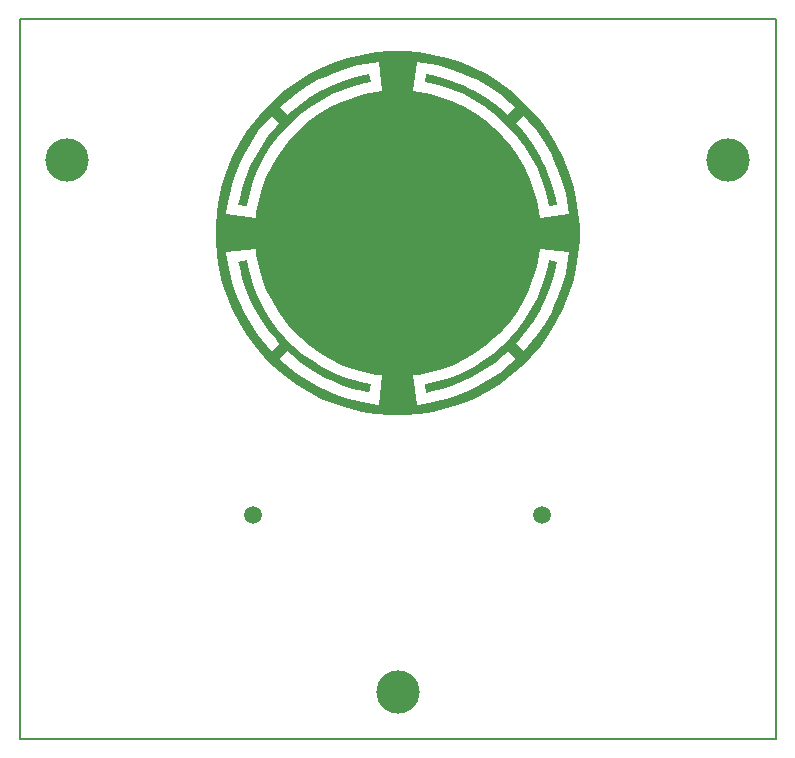
<source format=gtl>
G04*
G04 #@! TF.GenerationSoftware,Altium Limited,Altium Designer,20.0.11 (256)*
G04*
G04 Layer_Physical_Order=1*
G04 Layer_Color=255*
%FSLAX44Y44*%
%MOMM*%
G71*
G01*
G75*
%ADD10C,0.1270*%
%ADD11C,3.6600*%
%ADD12C,1.5000*%
G36*
X338115Y581414D02*
X350067Y579521D01*
X361834Y576696D01*
X373343Y572956D01*
X384523Y568325D01*
X395306Y562831D01*
X405624Y556509D01*
X415414Y549396D01*
X424616Y541536D01*
X433173Y532979D01*
X441032Y523778D01*
X448145Y513987D01*
X454468Y503669D01*
X459962Y492887D01*
X464593Y481707D01*
X468332Y470198D01*
X471157Y458431D01*
X473050Y446478D01*
X474000Y434414D01*
Y428363D01*
Y422313D01*
X473050Y410249D01*
X471157Y398296D01*
X468332Y386529D01*
X464593Y375020D01*
X459962Y363840D01*
X454468Y353058D01*
X448145Y342740D01*
X441032Y332949D01*
X433173Y323747D01*
X424616Y315191D01*
X415414Y307331D01*
X405624Y300218D01*
X395306Y293895D01*
X384523Y288402D01*
X373343Y283771D01*
X361834Y280031D01*
X350067Y277206D01*
X338115Y275313D01*
X326051Y274363D01*
X320000Y274363D01*
X313949D01*
X301885Y275313D01*
X289933Y277206D01*
X278166Y280031D01*
X266657Y283771D01*
X255477Y288402D01*
X244694Y293895D01*
X234376Y300218D01*
X224586Y307331D01*
X215384Y315191D01*
X206827Y323747D01*
X198968Y332949D01*
X191855Y342740D01*
X185532Y353058D01*
X180038Y363840D01*
X175407Y375020D01*
X171667Y386529D01*
X168843Y398296D01*
X166950Y410249D01*
X166000Y422313D01*
X166000Y428363D01*
Y434414D01*
X166950Y446478D01*
X168843Y458431D01*
X171667Y470198D01*
X175407Y481707D01*
X180038Y492887D01*
X185532Y503669D01*
X191855Y513987D01*
X198968Y523778D01*
X206827Y532979D01*
X215384Y541536D01*
X224586Y549396D01*
X234376Y556509D01*
X244694Y562831D01*
X255477Y568325D01*
X266657Y572956D01*
X278166Y576696D01*
X289933Y579521D01*
X301885Y581414D01*
X313949Y582364D01*
X326051D01*
X338115Y581414D01*
D02*
G37*
%LPC*%
G36*
X336085Y573482D02*
X333341Y548633D01*
X338405Y547965D01*
X348426Y545993D01*
X358245Y543182D01*
X367791Y539553D01*
X376998Y535132D01*
X385799Y529950D01*
X394131Y524045D01*
X401936Y517458D01*
X405623Y513923D01*
X409158Y510236D01*
X415745Y502431D01*
X421650Y494099D01*
X426832Y485298D01*
X431253Y476091D01*
X434882Y466544D01*
X437692Y456726D01*
X439665Y446705D01*
X440333Y441641D01*
Y441641D01*
X465182Y444385D01*
X464539Y450205D01*
X462326Y461706D01*
X459198Y472993D01*
X455177Y483993D01*
X452732Y489314D01*
X450288Y494636D01*
X444562Y504852D01*
X438036Y514578D01*
X430752Y523749D01*
X426754Y528028D01*
X420177Y521885D01*
X423473Y518227D01*
X429661Y510567D01*
X435282Y502483D01*
X440308Y494016D01*
X442589Y489653D01*
X444713Y485210D01*
X448474Y476111D01*
X451572Y466765D01*
X453990Y457220D01*
X454940Y452389D01*
X454940D01*
X448049Y451161D01*
X447181Y456036D01*
X444707Y465625D01*
X441512Y474998D01*
X437613Y484101D01*
X433032Y492881D01*
X427797Y501288D01*
X421938Y509271D01*
X415489Y516786D01*
X411987Y520287D01*
X408486Y523789D01*
X400971Y530238D01*
X392988Y536097D01*
X384581Y541332D01*
X375801Y545913D01*
X366698Y549812D01*
X357325Y553007D01*
X347736Y555481D01*
X342861Y556349D01*
X342861D01*
X344089Y563240D01*
X348920Y562290D01*
X358465Y559871D01*
X367811Y556774D01*
X376910Y553013D01*
X381353Y550889D01*
Y550889D01*
X385716Y548608D01*
X394183Y543582D01*
X402267Y537961D01*
X409927Y531773D01*
X413585Y528477D01*
X413585D01*
X419728Y535054D01*
X415449Y539052D01*
X406278Y546336D01*
X396552Y552862D01*
X386335Y558588D01*
X381014Y561032D01*
X375693Y563477D01*
X364693Y567498D01*
X353406Y570626D01*
X341905Y572839D01*
X336085Y573482D01*
D02*
G37*
G36*
X304042D02*
X304042D01*
X298222Y572839D01*
X286721Y570626D01*
X275434Y567498D01*
X264434Y563477D01*
X259113Y561032D01*
X253792Y558588D01*
X243575Y552862D01*
X233849Y546336D01*
X224678Y539052D01*
X220399Y535054D01*
X226542Y528477D01*
X230200Y531773D01*
X237860Y537961D01*
X245944Y543582D01*
X254410Y548608D01*
X258774Y550889D01*
Y550889D01*
X263216Y553013D01*
X272316Y556774D01*
X281662Y559871D01*
X291207Y562290D01*
X296038Y563240D01*
X297266Y556349D01*
X292391Y555481D01*
X282802Y553007D01*
X273429Y549812D01*
X264326Y545913D01*
X255546Y541332D01*
X247139Y536097D01*
X239156Y530238D01*
X231641Y523789D01*
X228140Y520287D01*
X228140Y520287D01*
X224638Y516786D01*
X218189Y509271D01*
X212330Y501288D01*
X207095Y492881D01*
X202514Y484101D01*
X198615Y474998D01*
X195420Y465625D01*
X192946Y456036D01*
X192078Y451161D01*
X185187Y452389D01*
X186137Y457220D01*
X188556Y466765D01*
X191653Y476111D01*
X195414Y485210D01*
X197538Y489653D01*
X197538D01*
X199819Y494016D01*
X204845Y502483D01*
X210466Y510567D01*
X216654Y518227D01*
X219950Y521885D01*
X213373Y528028D01*
X213373D01*
X209375Y523749D01*
X202091Y514578D01*
X195565Y504852D01*
X189839Y494636D01*
X187395Y489314D01*
X184950Y483993D01*
X180929Y472993D01*
X177801Y461706D01*
X175588Y450205D01*
X174945Y444385D01*
X199794Y441641D01*
Y441641D01*
X199794Y441641D01*
X199794D01*
X200462Y446705D01*
X202435Y456726D01*
X205245Y466544D01*
X208874Y476091D01*
X213295Y485298D01*
X218477Y494099D01*
X224382Y502431D01*
X230969Y510236D01*
X234504Y513923D01*
X238191Y517458D01*
X245996Y524045D01*
X254328Y529950D01*
X263129Y535132D01*
X272336Y539553D01*
X281882Y543182D01*
X291701Y545993D01*
X301722Y547965D01*
X306786Y548633D01*
X304042Y573482D01*
D02*
G37*
G36*
X199794Y415086D02*
X199794D01*
D01*
X199794D01*
D02*
G37*
G36*
X440333D02*
X439665Y410022D01*
X437692Y400001D01*
X434882Y390182D01*
X431253Y380636D01*
X426832Y371429D01*
X421650Y362628D01*
X415745Y354296D01*
X409158Y346491D01*
X405623Y342804D01*
X401936Y339269D01*
X394131Y332682D01*
X385799Y326777D01*
X376998Y321595D01*
X367791Y317174D01*
X358245Y313545D01*
X348426Y310735D01*
X338405Y308762D01*
X333341Y308094D01*
Y308094D01*
X333341Y308094D01*
X333341D01*
X336085Y283245D01*
X341905Y283888D01*
X353406Y286101D01*
X364693Y289229D01*
X375693Y293250D01*
X381014Y295695D01*
X386335Y298139D01*
X396552Y303865D01*
X406278Y310391D01*
X415449Y317675D01*
X419728Y321673D01*
Y321673D01*
X413585Y328250D01*
X409927Y324954D01*
X402267Y318766D01*
X394183Y313145D01*
X385716Y308119D01*
X381353Y305838D01*
X376911Y303714D01*
X367811Y299953D01*
X358465Y296856D01*
X348920Y294437D01*
X344089Y293486D01*
X342861Y300378D01*
X347736Y301246D01*
X357325Y303720D01*
X366698Y306915D01*
X375801Y310814D01*
X384581Y315395D01*
X392988Y320630D01*
X400971Y326489D01*
X408486Y332938D01*
X411987Y336440D01*
X411987Y336440D01*
X415489Y339941D01*
X421938Y347456D01*
X427797Y355439D01*
X433032Y363845D01*
X437613Y372626D01*
X441512Y381729D01*
X444707Y391102D01*
X447181Y400691D01*
X448049Y405566D01*
X454940Y404338D01*
X453990Y399507D01*
X451572Y389962D01*
X448474Y380616D01*
X444713Y371516D01*
X442589Y367074D01*
X442589Y367074D01*
X440308Y362710D01*
X435282Y354244D01*
X429661Y346160D01*
X423473Y338500D01*
X420177Y334842D01*
X426754Y328699D01*
X430752Y332978D01*
X438036Y342149D01*
X444562Y351875D01*
X450288Y362091D01*
X452732Y367413D01*
X455177Y372734D01*
X459198Y383734D01*
X462326Y395021D01*
X464539Y406522D01*
X465182Y412342D01*
Y412342D01*
X440333Y415086D01*
D02*
G37*
G36*
X199794D02*
X174945Y412342D01*
X175588Y406522D01*
X177801Y395021D01*
X180929Y383734D01*
X184950Y372734D01*
X187395Y367413D01*
X189839Y362091D01*
X195565Y351875D01*
X202091Y342149D01*
X209375Y332978D01*
X213373Y328699D01*
X213373Y328699D01*
X219950Y334842D01*
X216654Y338500D01*
X210466Y346160D01*
X204845Y354244D01*
X199819Y362710D01*
X197538Y367074D01*
X197538D01*
X195414Y371516D01*
X191653Y380616D01*
X188556Y389962D01*
X186137Y399507D01*
X185187Y404338D01*
X192078Y405566D01*
X192946Y400691D01*
X195420Y391102D01*
X198615Y381729D01*
X202514Y372626D01*
X207095Y363845D01*
X212330Y355439D01*
X218189Y347456D01*
X224638Y339941D01*
X228140Y336440D01*
X231641Y332938D01*
X239156Y326489D01*
X247139Y320630D01*
X255546Y315395D01*
X264326Y310814D01*
X273429Y306915D01*
X282802Y303720D01*
X292391Y301246D01*
X297266Y300378D01*
X296038Y293486D01*
X291207Y294437D01*
X281662Y296856D01*
X272316Y299953D01*
X263216Y303714D01*
X258774Y305838D01*
X254410Y308119D01*
X245944Y313145D01*
X237860Y318766D01*
X230200Y324954D01*
X226542Y328250D01*
D01*
X226542D01*
X226542D01*
X220399Y321673D01*
X224678Y317675D01*
X233849Y310391D01*
X243575Y303865D01*
X253792Y298139D01*
X259113Y295695D01*
X264434Y293250D01*
X275434Y289229D01*
X286721Y286101D01*
X298222Y283888D01*
X304042Y283245D01*
X304042Y283245D01*
X306786Y308094D01*
X301722Y308762D01*
X291701Y310735D01*
X281882Y313545D01*
X272336Y317174D01*
X263129Y321595D01*
X254328Y326777D01*
X245996Y332682D01*
X238191Y339269D01*
X234504Y342803D01*
X230969Y346491D01*
X224382Y354296D01*
X218477Y362628D01*
X213295Y371429D01*
X208874Y380636D01*
X205245Y390182D01*
X202435Y400001D01*
X200462Y410022D01*
X199794Y415086D01*
D02*
G37*
%LPD*%
D10*
X640000Y610000D02*
X640000Y0D01*
X0D02*
X640000D01*
X0Y610000D02*
X640000D01*
X-0D02*
X0Y0D01*
D11*
X320000Y40000D02*
D03*
X600000Y490000D02*
D03*
X40000D02*
D03*
D12*
X197563Y190000D02*
D03*
X442564D02*
D03*
M02*

</source>
